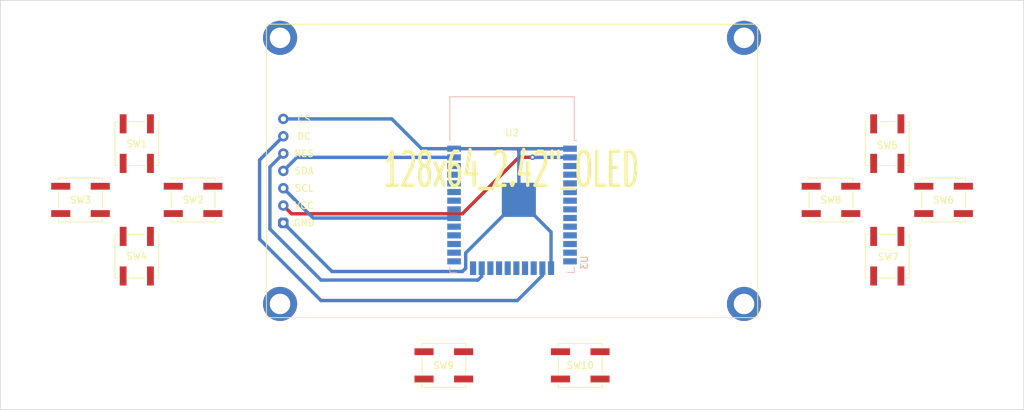
<source format=kicad_pcb>
(kicad_pcb (version 20211014) (generator pcbnew)
  (layers (0 "F.Cu" signal) (31 "B.Cu" signal) (34 "B.Paste" user) (35 "F.Paste" user) (36 "B.SilkS" user "B.Silkscreen") (37 "F.SilkS" user "F.Silkscreen") (38 "B.Mask" user) (39 "F.Mask" user) (44 "Edge.Cuts" user))
  (net 0 "")
  (net 1 "GNDREF")
  (net 2 "+3V3")
  (net 32 "Net-(U3-Pad16)")
  (net 33 "Net-(U3-Pad23)")
  (net 34 "Net-(U3-Pad37)")
  (net 35 "Net-(U3-Pad30)")
  (footprint "Button_Switch_SMD:SW_Push_1P1T_NO_CK_KSC6xxJ" (layer "F.Cu") (at 205 96 90)
    (fp_text reference "SW5" (at -0.26 0 180) (layer "F.SilkS"))
    (fp_text value "SW_Push")
    (fp_line (start -3.21 3.21) (end 3.21 3.21) (layer "F.SilkS") (width 0.12))
    (fp_line (start 3.21 3.21) (end 3.21 2.93) (layer "F.SilkS") (width 0.12))
    (fp_line (start 3.21 -3.21) (end -3.21 -3.21) (layer "F.SilkS") (width 0.12))
    (fp_line (start -3.21 2.8) (end -3.21 3.21) (layer "F.SilkS") (width 0.12))
    (fp_line (start 3.21 -2.8) (end 3.21 -3.21) (layer "F.SilkS") (width 0.12))
    (fp_line (start -3.21 -1.2) (end -3.21 1.2) (layer "F.SilkS") (width 0.12))
    (fp_line (start -3.21 -3.21) (end -3.21 -2.8) (layer "F.SilkS") (width 0.12))
    (fp_line (start 3.21 1.2) (end 3.21 -1.2) (layer "F.SilkS") (width 0.12))
    (pad "1" smd rect (at 2.9 -2 90) (size 2.8 1) (layers "F.Cu" "F.Paste" "F.Mask"))
    (pad "1" smd rect (at -2.9 -2 90) (size 2.8 1) (layers "F.Cu" "F.Paste" "F.Mask"))
    (pad "2" smd rect (at -2.9 2 90) (size 2.8 1) (layers "F.Cu" "F.Paste" "F.Mask"))
    (pad "2" smd rect (at 2.9 2 90) (size 2.8 1) (layers "F.Cu" "F.Paste" "F.Mask"))
  )
  (footprint "Button_Switch_SMD:SW_Push_1P1T_NO_CK_KSC6xxJ" (layer "F.Cu") (at 213.25 104.25 180)
    (fp_text reference "SW6" (at 0 -0.01) (layer "F.SilkS"))
    (fp_text value "SW_Push")
    (fp_line (start 3.21 3.21) (end 3.21 2.93) (layer "F.SilkS") (width 0.12))
    (fp_line (start -3.21 -1.2) (end -3.21 1.2) (layer "F.SilkS") (width 0.12))
    (fp_line (start -3.21 -3.21) (end -3.21 -2.8) (layer "F.SilkS") (width 0.12))
    (fp_line (start 3.21 -3.21) (end -3.21 -3.21) (layer "F.SilkS") (width 0.12))
    (fp_line (start 3.21 -2.8) (end 3.21 -3.21) (layer "F.SilkS") (width 0.12))
    (fp_line (start -3.21 3.21) (end 3.21 3.21) (layer "F.SilkS") (width 0.12))
    (fp_line (start -3.21 2.8) (end -3.21 3.21) (layer "F.SilkS") (width 0.12))
    (fp_line (start 3.21 1.2) (end 3.21 -1.2) (layer "F.SilkS") (width 0.12))
    (pad "1" smd rect (at -2.9 -2 180) (size 2.8 1) (layers "F.Cu" "F.Paste" "F.Mask"))
    (pad "1" smd rect (at 2.9 -2 180) (size 2.8 1) (layers "F.Cu" "F.Paste" "F.Mask"))
    (pad "2" smd rect (at -2.9 2 180) (size 2.8 1) (layers "F.Cu" "F.Paste" "F.Mask"))
    (pad "2" smd rect (at 2.9 2 180) (size 2.8 1) (layers "F.Cu" "F.Paste" "F.Mask"))
  )
  (footprint "Button_Switch_SMD:SW_Push_1P1T_NO_CK_KSC6xxJ" (layer "F.Cu") (at 205 112.5 90)
    (fp_text reference "SW7" (at -0.11 0.15 180) (layer "F.SilkS"))
    (fp_text value "SW_Push")
    (fp_line (start -3.21 3.21) (end 3.21 3.21) (layer "F.SilkS") (width 0.12))
    (fp_line (start -3.21 -3.21) (end -3.21 -2.8) (layer "F.SilkS") (width 0.12))
    (fp_line (start 3.21 3.21) (end 3.21 2.93) (layer "F.SilkS") (width 0.12))
    (fp_line (start 3.21 1.2) (end 3.21 -1.2) (layer "F.SilkS") (width 0.12))
    (fp_line (start -3.21 -1.2) (end -3.21 1.2) (layer "F.SilkS") (width 0.12))
    (fp_line (start 3.21 -2.8) (end 3.21 -3.21) (layer "F.SilkS") (width 0.12))
    (fp_line (start 3.21 -3.21) (end -3.21 -3.21) (layer "F.SilkS") (width 0.12))
    (fp_line (start -3.21 2.8) (end -3.21 3.21) (layer "F.SilkS") (width 0.12))
    (pad "1" smd rect (at -2.9 -2 90) (size 2.8 1) (layers "F.Cu" "F.Paste" "F.Mask"))
    (pad "1" smd rect (at 2.9 -2 90) (size 2.8 1) (layers "F.Cu" "F.Paste" "F.Mask"))
    (pad "2" smd rect (at 2.9 2 90) (size 2.8 1) (layers "F.Cu" "F.Paste" "F.Mask"))
    (pad "2" smd rect (at -2.9 2 90) (size 2.8 1) (layers "F.Cu" "F.Paste" "F.Mask"))
  )
  (footprint "Button_Switch_SMD:SW_Push_1P1T_NO_CK_KSC6xxJ" (layer "F.Cu") (at 160 128.5)
    (fp_text reference "SW10" (at 0 0.000453) (layer "F.SilkS"))
    (fp_text value "SW_Push")
    (fp_line (start -3.21 -3.21) (end -3.21 -2.8) (layer "F.SilkS") (width 0.12))
    (fp_line (start -3.21 -1.2) (end -3.21 1.2) (layer "F.SilkS") (width 0.12))
    (fp_line (start -3.21 2.8) (end -3.21 3.21) (layer "F.SilkS") (width 0.12))
    (fp_line (start 3.21 -2.8) (end 3.21 -3.21) (layer "F.SilkS") (width 0.12))
    (fp_line (start -3.21 3.21) (end 3.21 3.21) (layer "F.SilkS") (width 0.12))
    (fp_line (start 3.21 -3.21) (end -3.21 -3.21) (layer "F.SilkS") (width 0.12))
    (fp_line (start 3.21 3.21) (end 3.21 2.93) (layer "F.SilkS") (width 0.12))
    (fp_line (start 3.21 1.2) (end 3.21 -1.2) (layer "F.SilkS") (width 0.12))
    (pad "1" smd rect (at 2.9 -2) (size 2.8 1) (layers "F.Cu" "F.Paste" "F.Mask"))
    (pad "1" smd rect (at -2.9 -2) (size 2.8 1) (layers "F.Cu" "F.Paste" "F.Mask"))
    (pad "2" smd rect (at -2.9 2) (size 2.8 1) (layers "F.Cu" "F.Paste" "F.Mask"))
    (pad "2" smd rect (at 2.9 2) (size 2.8 1) (layers "F.Cu" "F.Paste" "F.Mask"))
  )
  (footprint "GlobalLibrary:128x64 2.42 inch OLED display" (layer "F.Cu") (at 150 100)
    (fp_text reference "U2" (at 0 -5.58 unlocked) (layer "F.SilkS"))
    (fp_text value "128x64_2.42\"_OLED" (at -0.082355 -0.175949 unlocked) (layer "F.SilkS") (effects (font (size 5 2.5) (thickness 0.5))))
    (fp_text user "DC" (at -30.48 -5.08 unlocked) (layer "F.SilkS"))
    (fp_text user "GND" (at -30.48 7.62 unlocked) (layer "F.SilkS"))
    (fp_text user "VCC" (at -30.48 5.08 unlocked) (layer "F.SilkS"))
    (fp_text user "RES" (at -30.48 -2.54 unlocked) (layer "F.SilkS"))
    (fp_text user "SDA" (at -30.48 0 unlocked) (layer "F.SilkS"))
    (fp_text user "CS" (at -30.48 -7.62 unlocked) (layer "F.SilkS"))
    (fp_text user "SCL" (at -30.48 2.54 unlocked) (layer "F.SilkS"))
    (fp_rect (start -36 21.5) (end 36 -21.5) (layer "F.SilkS") (width 0.12) (fill none))
    (pad "" thru_hole circle locked (at -34 -19.5) (size 5 5) (drill 3) (layers *.Cu *.Mask))
    (pad "" thru_hole circle locked (at 34 19.5) (size 5 5) (drill 3) (layers *.Cu *.Mask))
    (pad "" thru_hole circle locked (at -34 19.5) (size 5 5) (drill 3) (layers *.Cu *.Mask))
    (pad "" thru_hole circle locked (at 34 -19.5) (size 5 5) (drill 3) (layers *.Cu *.Mask))
    (pad "CS" thru_hole circle locked (at -33.52 -7.62) (size 1.524 1.524) (drill 0.762) (layers *.Cu *.Mask) (net 1 "GNDREF"))
    (pad "DC" thru_hole circle locked (at -33.52 -5.08) (size 1.524 1.524) (drill 0.762) (layers *.Cu *.Mask) (net 32 "Net-(U3-Pad16)"))
    (pad "GND" thru_hole roundrect locked (at -33.52 7.62) (size 1.524 1.524) (drill 0.762) (layers *.Cu *.Mask) (roundrect_rratio 0) (chamfer_ratio 0.2) (chamfer top_left top_right bottom_left bottom_right) (net 1 "GNDREF"))
    (pad "RES" thru_hole circle locked (at -33.52 -2.54) (size 1.524 1.524) (drill 0.762) (layers *.Cu *.Mask) (net 33 "Net-(U3-Pad23)"))
    (pad "SCL" thru_hole circle locked (at -33.52 2.54) (size 1.524 1.524) (drill 0.762) (layers *.Cu *.Mask) (net 35 "Net-(U3-Pad30)"))
    (pad "SDA" thru_hole circle locked (at -33.52 0) (size 1.524 1.524) (drill 0.762) (layers *.Cu *.Mask) (net 34 "Net-(U3-Pad37)"))
    (pad "VCC" thru_hole circle locked (at -33.52 5.08) (size 1.524 1.524) (drill 0.762) (layers *.Cu *.Mask) (net 2 "+3V3"))
  )
  (footprint "Button_Switch_SMD:SW_Push_1P1T_NO_CK_KSC6xxJ" (layer "F.Cu") (at 95 112.5 90)
    (fp_text reference "SW4" (at -0.01 0 180) (layer "F.SilkS"))
    (fp_text value "SW_Push")
    (fp_line (start 3.21 -2.8) (end 3.21 -3.21) (layer "F.SilkS") (width 0.12))
    (fp_line (start -3.21 -1.2) (end -3.21 1.2) (layer "F.SilkS") (width 0.12))
    (fp_line (start -3.21 2.8) (end -3.21 3.21) (layer "F.SilkS") (width 0.12))
    (fp_line (start 3.21 1.2) (end 3.21 -1.2) (layer "F.SilkS") (width 0.12))
    (fp_line (start 3.21 -3.21) (end -3.21 -3.21) (layer "F.SilkS") (width 0.12))
    (fp_line (start 3.21 3.21) (end 3.21 2.93) (layer "F.SilkS") (width 0.12))
    (fp_line (start -3.21 -3.21) (end -3.21 -2.8) (layer "F.SilkS") (width 0.12))
    (fp_line (start -3.21 3.21) (end 3.21 3.21) (layer "F.SilkS") (width 0.12))
    (pad "1" smd rect (at -2.9 -2 90) (size 2.8 1) (layers "F.Cu" "F.Paste" "F.Mask"))
    (pad "1" smd rect (at 2.9 -2 90) (size 2.8 1) (layers "F.Cu" "F.Paste" "F.Mask"))
    (pad "2" smd rect (at 2.9 2 90) (size 2.8 1) (layers "F.Cu" "F.Paste" "F.Mask"))
    (pad "2" smd rect (at -2.9 2 90) (size 2.8 1) (layers "F.Cu" "F.Paste" "F.Mask"))
  )
  (footprint "Button_Switch_SMD:SW_Push_1P1T_NO_CK_KSC6xxJ" (layer "F.Cu") (at 103.25 104.25 180)
    (fp_text reference "SW2" (at 0 -0.01) (layer "F.SilkS"))
    (fp_text value "SW_Push")
    (fp_line (start -3.21 -3.21) (end -3.21 -2.8) (layer "F.SilkS") (width 0.12))
    (fp_line (start 3.21 -3.21) (end -3.21 -3.21) (layer "F.SilkS") (width 0.12))
    (fp_line (start -3.21 2.8) (end -3.21 3.21) (layer "F.SilkS") (width 0.12))
    (fp_line (start -3.21 -1.2) (end -3.21 1.2) (layer "F.SilkS") (width 0.12))
    (fp_line (start 3.21 -2.8) (end 3.21 -3.21) (layer "F.SilkS") (width 0.12))
    (fp_line (start 3.21 1.2) (end 3.21 -1.2) (layer "F.SilkS") (width 0.12))
    (fp_line (start 3.21 3.21) (end 3.21 2.93) (layer "F.SilkS") (width 0.12))
    (fp_line (start -3.21 3.21) (end 3.21 3.21) (layer "F.SilkS") (width 0.12))
    (pad "1" smd rect (at -2.9 -2 180) (size 2.8 1) (layers "F.Cu" "F.Paste" "F.Mask"))
    (pad "1" smd rect (at 2.9 -2 180) (size 2.8 1) (layers "F.Cu" "F.Paste" "F.Mask"))
    (pad "2" smd rect (at 2.9 2 180) (size 2.8 1) (layers "F.Cu" "F.Paste" "F.Mask"))
    (pad "2" smd rect (at -2.9 2 180) (size 2.8 1) (layers "F.Cu" "F.Paste" "F.Mask"))
  )
  (footprint "Button_Switch_SMD:SW_Push_1P1T_NO_CK_KSC6xxJ" (layer "F.Cu") (at 140 128.5)
    (fp_text reference "SW9" (at -0.043928 0.034243) (layer "F.SilkS"))
    (fp_text value "SW_Push")
    (fp_line (start -3.21 2.8) (end -3.21 3.21) (layer "F.SilkS") (width 0.12))
    (fp_line (start 3.21 -3.21) (end -3.21 -3.21) (layer "F.SilkS") (width 0.12))
    (fp_line (start -3.21 -1.2) (end -3.21 1.2) (layer "F.SilkS") (width 0.12))
    (fp_line (start 3.21 -2.8) (end 3.21 -3.21) (layer "F.SilkS") (width 0.12))
    (fp_line (start 3.21 3.21) (end 3.21 2.93) (layer "F.SilkS") (width 0.12))
    (fp_line (start -3.21 3.21) (end 3.21 3.21) (layer "F.SilkS") (width 0.12))
    (fp_line (start 3.21 1.2) (end 3.21 -1.2) (layer "F.SilkS") (width 0.12))
    (fp_line (start -3.21 -3.21) (end -3.21 -2.8) (layer "F.SilkS") (width 0.12))
    (pad "1" smd rect (at -2.9 -2) (size 2.8 1) (layers "F.Cu" "F.Paste" "F.Mask"))
    (pad "1" smd rect (at 2.9 -2) (size 2.8 1) (layers "F.Cu" "F.Paste" "F.Mask"))
    (pad "2" smd rect (at 2.9 2) (size 2.8 1) (layers "F.Cu" "F.Paste" "F.Mask"))
    (pad "2" smd rect (at -2.9 2) (size 2.8 1) (layers "F.Cu" "F.Paste" "F.Mask"))
  )
  (footprint "Button_Switch_SMD:SW_Push_1P1T_NO_CK_KSC6xxJ" (layer "F.Cu") (at 86.75 104.25 180)
    (fp_text reference "SW3" (at 0 -0.01) (layer "F.SilkS"))
    (fp_text value "SW_Push")
    (fp_line (start 3.21 -3.21) (end -3.21 -3.21) (layer "F.SilkS") (width 0.12))
    (fp_line (start 3.21 -2.8) (end 3.21 -3.21) (layer "F.SilkS") (width 0.12))
    (fp_line (start -3.21 2.8) (end -3.21 3.21) (layer "F.SilkS") (width 0.12))
    (fp_line (start -3.21 -3.21) (end -3.21 -2.8) (layer "F.SilkS") (width 0.12))
    (fp_line (start -3.21 3.21) (end 3.21 3.21) (layer "F.SilkS") (width 0.12))
    (fp_line (start 3.21 1.2) (end 3.21 -1.2) (layer "F.SilkS") (width 0.12))
    (fp_line (start 3.21 3.21) (end 3.21 2.93) (layer "F.SilkS") (width 0.12))
    (fp_line (start -3.21 -1.2) (end -3.21 1.2) (layer "F.SilkS") (width 0.12))
    (pad "1" smd rect (at 2.9 -2 180) (size 2.8 1) (layers "F.Cu" "F.Paste" "F.Mask"))
    (pad "1" smd rect (at -2.9 -2 180) (size 2.8 1) (layers "F.Cu" "F.Paste" "F.Mask"))
    (pad "2" smd rect (at -2.9 2 180) (size 2.8 1) (layers "F.Cu" "F.Paste" "F.Mask"))
    (pad "2" smd rect (at 2.9 2 180) (size 2.8 1) (layers "F.Cu" "F.Paste" "F.Mask"))
  )
  (footprint "Button_Switch_SMD:SW_Push_1P1T_NO_CK_KSC6xxJ" (layer "F.Cu") (at 95 96 90)
    (fp_text reference "SW1" (at -0.01 0 180) (layer "F.SilkS"))
    (fp_text value "SW_Push")
    (fp_line (start -3.21 -3.21) (end -3.21 -2.8) (layer "F.SilkS") (width 0.12))
    (fp_line (start -3.21 2.8) (end -3.21 3.21) (layer "F.SilkS") (width 0.12))
    (fp_line (start 3.21 -3.21) (end -3.21 -3.21) (layer "F.SilkS") (width 0.12))
    (fp_line (start -3.21 3.21) (end 3.21 3.21) (layer "F.SilkS") (width 0.12))
    (fp_line (start 3.21 1.2) (end 3.21 -1.2) (layer "F.SilkS") (width 0.12))
    (fp_line (start 3.21 3.21) (end 3.21 2.93) (layer "F.SilkS") (width 0.12))
    (fp_line (start 3.21 -2.8) (end 3.21 -3.21) (layer "F.SilkS") (width 0.12))
    (fp_line (start -3.21 -1.2) (end -3.21 1.2) (layer "F.SilkS") (width 0.12))
    (pad "1" smd rect (at -2.9 -2 90) (size 2.8 1) (layers "F.Cu" "F.Paste" "F.Mask"))
    (pad "1" smd rect (at 2.9 -2 90) (size 2.8 1) (layers "F.Cu" "F.Paste" "F.Mask"))
    (pad "2" smd rect (at -2.9 2 90) (size 2.8 1) (layers "F.Cu" "F.Paste" "F.Mask"))
    (pad "2" smd rect (at 2.9 2 90) (size 2.8 1) (layers "F.Cu" "F.Paste" "F.Mask"))
  )
  (footprint "Button_Switch_SMD:SW_Push_1P1T_NO_CK_KSC6xxJ" (layer "F.Cu") (at 196.75 104.25 180)
    (fp_text reference "SW8" (at 0 -0.01) (layer "F.SilkS"))
    (fp_text value "SW_Push")
    (fp_line (start 3.21 1.2) (end 3.21 -1.2) (layer "F.SilkS") (width 0.12))
    (fp_line (start -3.21 3.21) (end 3.21 3.21) (layer "F.SilkS") (width 0.12))
    (fp_line (start 3.21 -2.8) (end 3.21 -3.21) (layer "F.SilkS") (width 0.12))
    (fp_line (start 3.21 -3.21) (end -3.21 -3.21) (layer "F.SilkS") (width 0.12))
    (fp_line (start -3.21 -3.21) (end -3.21 -2.8) (layer "F.SilkS") (width 0.12))
    (fp_line (start 3.21 3.21) (end 3.21 2.93) (layer "F.SilkS") (width 0.12))
    (fp_line (start -3.21 2.8) (end -3.21 3.21) (layer "F.SilkS") (width 0.12))
    (fp_line (start -3.21 -1.2) (end -3.21 1.2) (layer "F.SilkS") (width 0.12))
    (pad "1" smd rect (at 2.9 -2 180) (size 2.8 1) (layers "F.Cu" "F.Paste" "F.Mask"))
    (pad "1" smd rect (at -2.9 -2 180) (size 2.8 1) (layers "F.Cu" "F.Paste" "F.Mask"))
    (pad "2" smd rect (at -2.9 2 180) (size 2.8 1) (layers "F.Cu" "F.Paste" "F.Mask"))
    (pad "2" smd rect (at 2.9 2 180) (size 2.8 1) (layers "F.Cu" "F.Paste" "F.Mask"))
  )
  (footprint "RF_Module:ESP32-WROOM-32" (layer "B.Cu") (at 150 105 180)
    (fp_text reference "U3" (at -10.61 -8.43 90) (layer "B.SilkS") (effects (justify mirror)))
    (fp_text value "ESP32-WROOM-32")
    (fp_line (start -9.12 15.865) (end 9.12 15.865) (layer "B.SilkS") (width 0.12))
    (fp_line (start -9.12 -9.88) (end -8.12 -9.88) (layer "B.SilkS") (width 0.12))
    (fp_line (start -9.12 -9.1) (end -9.12 -9.88) (layer "B.SilkS") (width 0.12))
    (fp_line (start -9.12 15.865) (end -9.12 9.445) (layer "B.SilkS") (width 0.12))
    (fp_line (start 9.12 -9.1) (end 9.12 -9.88) (layer "B.SilkS") (width 0.12))
    (fp_line (start -9.12 9.445) (end -9.5 9.445) (layer "B.SilkS") (width 0.12))
    (fp_line (start 9.12 15.865) (end 9.12 9.445) (layer "B.SilkS") (width 0.12))
    (fp_line (start 9.12 -9.88) (end 8.12 -9.88) (layer "B.SilkS") (width 0.12))
    (pad "1" smd rect (at -8.5 8.255 180) (size 2 0.9) (layers "B.Cu" "B.Paste" "B.Mask") (net 1 "GNDREF"))
    (pad "2" smd rect (at -8.5 6.985 180) (size 2 0.9) (layers "B.Cu" "B.Paste" "B.Mask") (net 2 "+3V3"))
    (pad "3" smd rect (at -8.5 5.715 180) (size 2 0.9) (layers "B.Cu" "B.Paste" "B.Mask"))
    (pad "4" smd rect (at -8.5 4.445 180) (size 2 0.9) (layers "B.Cu" "B.Paste" "B.Mask"))
    (pad "5" smd rect (at -8.5 3.175 180) (size 2 0.9) (layers "B.Cu" "B.Paste" "B.Mask"))
    (pad "6" smd rect (at -8.5 1.905 180) (size 2 0.9) (layers "B.Cu" "B.Paste" "B.Mask"))
    (pad "7" smd rect (at -8.5 0.635 180) (size 2 0.9) (layers "B.Cu" "B.Paste" "B.Mask"))
    (pad "8" smd rect (at -8.5 -0.635 180) (size 2 0.9) (layers "B.Cu" "B.Paste" "B.Mask"))
    (pad "9" smd rect (at -8.5 -1.905 180) (size 2 0.9) (layers "B.Cu" "B.Paste" "B.Mask"))
    (pad "10" smd rect (at -8.5 -3.175 180) (size 2 0.9) (layers "B.Cu" "B.Paste" "B.Mask"))
    (pad "11" smd rect (at -8.5 -4.445 180) (size 2 0.9) (layers "B.Cu" "B.Paste" "B.Mask"))
    (pad "12" smd rect (at -8.5 -5.715 180) (size 2 0.9) (layers "B.Cu" "B.Paste" "B.Mask"))
    (pad "13" smd rect (at -8.5 -6.985 180) (size 2 0.9) (layers "B.Cu" "B.Paste" "B.Mask"))
    (pad "14" smd rect (at -8.5 -8.255 180) (size 2 0.9) (layers "B.Cu" "B.Paste" "B.Mask"))
    (pad "15" smd rect (at -5.715 -9.255 90) (size 2 0.9) (layers "B.Cu" "B.Paste" "B.Mask") (net 1 "GNDREF"))
    (pad "16" smd rect (at -4.445 -9.255 90) (size 2 0.9) (layers "B.Cu" "B.Paste" "B.Mask") (net 32 "Net-(U3-Pad16)"))
    (pad "17" smd rect (at -3.175 -9.255 90) (size 2 0.9) (layers "B.Cu" "B.Paste" "B.Mask"))
    (pad "18" smd rect (at -1.905 -9.255 90) (size 2 0.9) (layers "B.Cu" "B.Paste" "B.Mask"))
    (pad "19" smd rect (at -0.635 -9.255 90) (size 2 0.9) (layers "B.Cu" "B.Paste" "B.Mask"))
    (pad "20" smd rect (at 0.635 -9.255 90) (size 2 0.9) (layers "B.Cu" "B.Paste" "B.Mask"))
    (pad "21" smd rect (at 1.905 -9.255 90) (size 2 0.9) (layers "B.Cu" "B.Paste" "B.Mask"))
    (pad "22" smd rect (at 3.175 -9.255 90) (size 2 0.9) (layers "B.Cu" "B.Paste" "B.Mask"))
    (pad "23" smd rect (at 4.445 -9.255 90) (size 2 0.9) (layers "B.Cu" "B.Paste" "B.Mask") (net 33 "Net-(U3-Pad23)"))
    (pad "24" smd rect (at 5.715 -9.255 90) (size 2 0.9) (layers "B.Cu" "B.Paste" "B.Mask"))
    (pad "25" smd rect (at 8.5 -8.255 180) (size 2 0.9) (layers "B.Cu" "B.Paste" "B.Mask"))
    (pad "26" smd rect (at 8.5 -6.985 180) (size 2 0.9) (layers "B.Cu" "B.Paste" "B.Mask"))
    (pad "27" smd rect (at 8.5 -5.715 180) (size 2 0.9) (layers "B.Cu" "B.Paste" "B.Mask"))
    (pad "28" smd rect (at 8.5 -4.445 180) (size 2 0.9) (layers "B.Cu" "B.Paste" "B.Mask"))
    (pad "29" smd rect (at 8.5 -3.175 180) (size 2 0.9) (layers "B.Cu" "B.Paste" "B.Mask"))
    (pad "30" smd rect (at 8.5 -1.905 180) (size 2 0.9) (layers "B.Cu" "B.Paste" "B.Mask") (net 35 "Net-(U3-Pad30)"))
    (pad "31" smd rect (at 8.5 -0.635 180) (size 2 0.9) (layers "B.Cu" "B.Paste" "B.Mask"))
    (pad "32" smd rect (at 8.5 0.635 180) (size 2 0.9) (layers "B.Cu" "B.Paste" "B.Mask"))
    (pad "33" smd rect (at 8.5 1.905 180) (size 2 0.9) (layers "B.Cu" "B.Paste" "B.Mask"))
    (pad "34" smd rect (at 8.5 3.175 180) (size 2 0.9) (layers "B.Cu" "B.Paste" "B.Mask"))
    (pad "35" smd rect (at 8.5 4.445 180) (size 2 0.9) (layers "B.Cu" "B.Paste" "B.Mask"))
    (pad "36" smd rect (at 8.5 5.715 180) (size 2 0.9) (layers "B.Cu" "B.Paste" "B.Mask"))
    (pad "37" smd rect (at 8.5 6.985 180) (size 2 0.9) (layers "B.Cu" "B.Paste" "B.Mask") (net 34 "Net-(U3-Pad37)"))
    (pad "38" smd rect (at 8.5 8.255 180) (size 2 0.9) (layers "B.Cu" "B.Paste" "B.Mask") (net 1 "GNDREF"))
    (pad "39" smd rect (at -1 0.755 180) (size 5 5) (layers "B.Cu" "B.Paste" "B.Mask") (net 1 "GNDREF"))
  )
  (gr_rect (start 75 75) (end 225 135) (layer "Edge.Cuts") (width 0.1) (fill none))
  (segment (start 151 104.245) (end 143.207311 112.037689) (width 0.5) (layer "B.Cu") (net 1))
  (segment (start 158.5 96.745) (end 150.255 96.745) (width 0.5) (layer "B.Cu") (net 1))
  (segment (start 155.715 108.96) (end 151 104.245) (width 0.5) (layer "B.Cu") (net 1))
  (segment (start 142.733527 114.742588) (end 123.602588 114.742588) (width 0.5) (layer "B.Cu") (net 1))
  (segment (start 151 97) (end 151.255 96.745) (width 0.5) (layer "B.Cu") (net 1))
  (segment (start 155.715 114.255) (end 155.715 108.96) (width 0.5) (layer "B.Cu") (net 1))
  (segment (start 150.745 96.745) (end 151 97) (width 0.5) (layer "B.Cu") (net 1))
  (segment (start 151 104.245) (end 151 97) (width 0.5) (layer "B.Cu") (net 1))
  (segment (start 151.255 96.745) (end 158.5 96.745) (width 0.5) (layer "B.Cu") (net 1))
  (segment (start 143.207311 112.037689) (end 143.207311 114.268804) (width 0.5) (layer "B.Cu") (net 1))
  (segment (start 143.207311 114.268804) (end 142.733527 114.742588) (width 0.5) (layer "B.Cu") (net 1))
  (segment (start 136.745 96.745) (end 132.38 92.38) (width 0.5) (layer "B.Cu") (net 1))
  (segment (start 141.5 96.745) (end 136.745 96.745) (width 0.5) (layer "B.Cu") (net 1))
  (segment (start 150.255 96.745) (end 141.5 96.745) (width 0.5) (layer "B.Cu") (net 1))
  (segment (start 132.38 92.38) (end 116.48 92.38) (width 0.5) (layer "B.Cu") (net 1))
  (segment (start 150.255 96.745) (end 150.745 96.745) (width 0.5) (layer "B.Cu") (net 1))
  (segment (start 123.602588 114.742588) (end 116.48 107.62) (width 0.5) (layer "B.Cu") (net 1))
  (segment (start 151 98) (end 142.716621 106.283379) (width 0.5) (layer "F.Cu") (net 2))
  (segment (start 117.683379 106.283379) (end 116.48 105.08) (width 0.5) (layer "F.Cu") (net 2))
  (segment (start 142.716621 106.283379) (end 117.683379 106.283379) (width 0.5) (layer "F.Cu") (net 2))
  (segment (start 153 98) (end 151 98) (width 0.5) (layer "F.Cu") (net 2))
  (via (at 153 98) (size 0.8) (drill 0.4) (layers "F.Cu" "B.Cu") (net 2))
  (segment (start 153.015 98.015) (end 158.5 98.015) (width 0.5) (layer "B.Cu") (net 2))
  (segment (start 153 98) (end 153.015 98.015) (width 0.5) (layer "B.Cu") (net 2))
  (segment (start 154.445 115.334022) (end 154.445 114.255) (width 0.5) (layer "B.Cu") (net 32))
  (segment (start 122 119) (end 150.779022 119) (width 0.5) (layer "B.Cu") (net 32))
  (segment (start 116.48 94.92) (end 113 98.4) (width 0.5) (layer "B.Cu") (net 32))
  (segment (start 150.779022 119) (end 154.445 115.334022) (width 0.5) (layer "B.Cu") (net 32))
  (segment (start 113 98.4) (end 113 110) (width 0.5) (layer "B.Cu") (net 32))
  (segment (start 113 110) (end 122 119) (width 0.5) (layer "B.Cu") (net 32))
  (segment (start 122 116) (end 145 116) (width 0.5) (layer "B.Cu") (net 33))
  (segment (start 145 116) (end 145.555 115.445) (width 0.5) (layer "B.Cu") (net 33))
  (segment (start 145.555 115.445) (end 145.555 114.255) (width 0.5) (layer "B.Cu") (net 33))
  (segment (start 116.48 97.46) (end 114.512312 99.427688) (width 0.5) (layer "B.Cu") (net 33))
  (segment (start 114.512312 108.512312) (end 122 116) (width 0.5) (layer "B.Cu") (net 33))
  (segment (start 114.512312 99.427688) (end 114.512312 108.512312) (width 0.5) (layer "B.Cu") (net 33))
  (segment (start 116.48 100) (end 118.465 98.015) (width 0.5) (layer "B.Cu") (net 34))
  (segment (start 118.465 98.015) (end 141.5 98.015) (width 0.5) (layer "B.Cu") (net 34))
  (segment (start 120.845 106.905) (end 141.5 106.905) (width 0.5) (layer "B.Cu") (net 35))
  (segment (start 116.48 102.54) (end 120.845 106.905) (width 0.5) (layer "B.Cu") (net 35))
)
</source>
